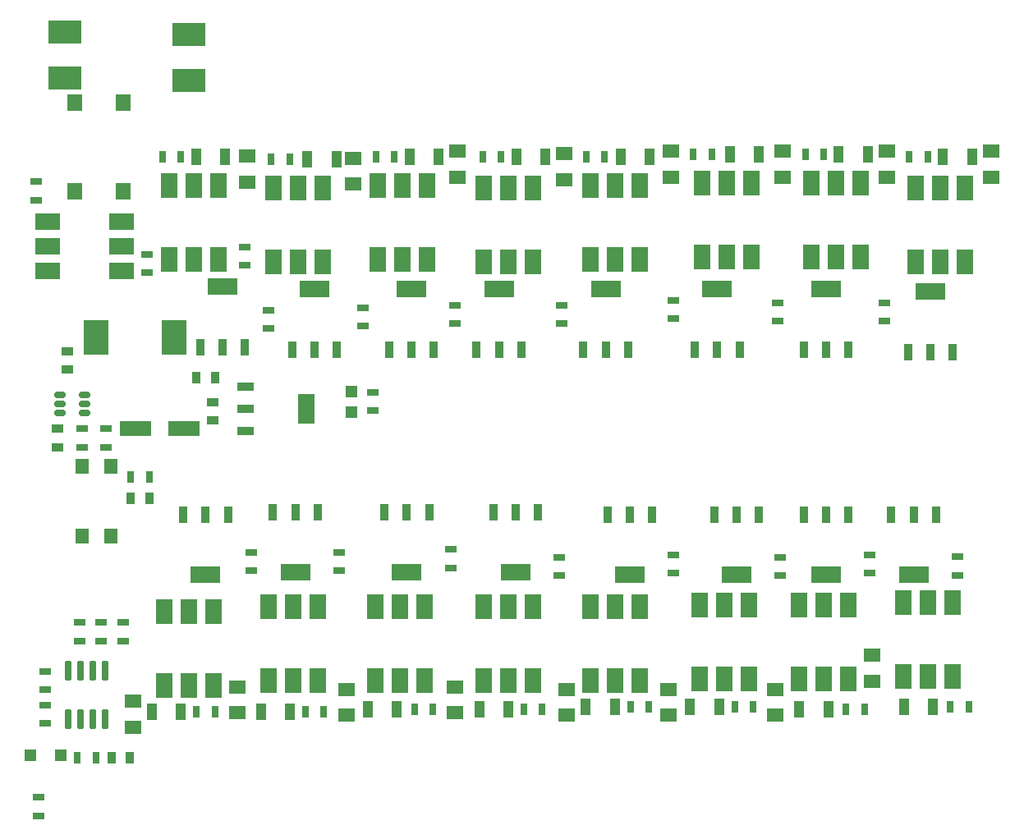
<source format=gtp>
G04*
G04 #@! TF.GenerationSoftware,Altium Limited,Altium Designer,22.7.1 (60)*
G04*
G04 Layer_Color=255*
%FSLAX44Y44*%
%MOMM*%
G71*
G04*
G04 #@! TF.SameCoordinates,58864457-2C57-4B72-ACF9-2A768CBF14AA*
G04*
G04*
G04 #@! TF.FilePolarity,Positive*
G04*
G01*
G75*
G04:AMPARAMS|DCode=17|XSize=1.97mm|YSize=0.6mm|CornerRadius=0.075mm|HoleSize=0mm|Usage=FLASHONLY|Rotation=270.000|XOffset=0mm|YOffset=0mm|HoleType=Round|Shape=RoundedRectangle|*
%AMROUNDEDRECTD17*
21,1,1.9700,0.4500,0,0,270.0*
21,1,1.8200,0.6000,0,0,270.0*
1,1,0.1500,-0.2250,-0.9100*
1,1,0.1500,-0.2250,0.9100*
1,1,0.1500,0.2250,0.9100*
1,1,0.1500,0.2250,-0.9100*
%
%ADD17ROUNDEDRECTD17*%
%ADD18R,1.3000X0.7000*%
%ADD19R,0.8800X1.7600*%
%ADD20R,3.1400X1.7600*%
G04:AMPARAMS|DCode=21|XSize=1.09mm|YSize=1.77mm|CornerRadius=0.0763mm|HoleSize=0mm|Usage=FLASHONLY|Rotation=0.000|XOffset=0mm|YOffset=0mm|HoleType=Round|Shape=RoundedRectangle|*
%AMROUNDEDRECTD21*
21,1,1.0900,1.6174,0,0,0.0*
21,1,0.9374,1.7700,0,0,0.0*
1,1,0.1526,0.4687,-0.8087*
1,1,0.1526,-0.4687,-0.8087*
1,1,0.1526,-0.4687,0.8087*
1,1,0.1526,0.4687,0.8087*
%
%ADD21ROUNDEDRECTD21*%
G04:AMPARAMS|DCode=22|XSize=0.94mm|YSize=1.77mm|CornerRadius=0.0658mm|HoleSize=0mm|Usage=FLASHONLY|Rotation=0.000|XOffset=0mm|YOffset=0mm|HoleType=Round|Shape=RoundedRectangle|*
%AMROUNDEDRECTD22*
21,1,0.9400,1.6384,0,0,0.0*
21,1,0.8084,1.7700,0,0,0.0*
1,1,0.1316,0.4042,-0.8192*
1,1,0.1316,-0.4042,-0.8192*
1,1,0.1316,-0.4042,0.8192*
1,1,0.1316,0.4042,0.8192*
%
%ADD22ROUNDEDRECTD22*%
%ADD23R,3.3700X2.3700*%
%ADD24R,1.8200X1.4400*%
%ADD25R,1.7000X2.5000*%
%ADD26R,2.5000X1.7000*%
%ADD27R,0.7000X1.3000*%
%ADD28R,1.6500X1.7000*%
%ADD29R,1.2000X1.2000*%
%ADD30R,1.1800X1.1700*%
G04:AMPARAMS|DCode=31|XSize=1.22mm|YSize=0.6mm|CornerRadius=0.15mm|HoleSize=0mm|Usage=FLASHONLY|Rotation=0.000|XOffset=0mm|YOffset=0mm|HoleType=Round|Shape=RoundedRectangle|*
%AMROUNDEDRECTD31*
21,1,1.2200,0.3000,0,0,0.0*
21,1,0.9200,0.6000,0,0,0.0*
1,1,0.3000,0.4600,-0.1500*
1,1,0.3000,-0.4600,-0.1500*
1,1,0.3000,-0.4600,0.1500*
1,1,0.3000,0.4600,0.1500*
%
%ADD31ROUNDEDRECTD31*%
%ADD32R,1.3000X0.9000*%
%ADD33R,2.6500X3.6000*%
%ADD34R,3.2000X1.6000*%
%ADD35R,1.7600X3.1400*%
%ADD36R,1.7600X0.8800*%
%ADD37R,0.9000X1.3000*%
%ADD38R,1.4000X1.6000*%
D17*
X99050Y145250D02*
D03*
X86350D02*
D03*
X73650D02*
D03*
X60950D02*
D03*
Y194750D02*
D03*
X73650D02*
D03*
X86350D02*
D03*
X99050D02*
D03*
D18*
X27500Y699500D02*
D03*
Y680500D02*
D03*
X365000Y550500D02*
D03*
Y569500D02*
D03*
X685000Y314500D02*
D03*
Y295500D02*
D03*
X142500Y624500D02*
D03*
Y605500D02*
D03*
X795000Y312000D02*
D03*
Y293000D02*
D03*
X460000Y553000D02*
D03*
Y572000D02*
D03*
X250000Y317000D02*
D03*
Y298000D02*
D03*
X887500Y314500D02*
D03*
Y295500D02*
D03*
X570000Y553000D02*
D03*
Y572000D02*
D03*
X340000Y317000D02*
D03*
Y298000D02*
D03*
X685000Y558000D02*
D03*
Y577000D02*
D03*
X977500Y312500D02*
D03*
Y293500D02*
D03*
X792500Y555500D02*
D03*
Y574500D02*
D03*
X242500Y613000D02*
D03*
Y632000D02*
D03*
X455000Y320000D02*
D03*
Y301000D02*
D03*
X567500Y312000D02*
D03*
Y293000D02*
D03*
X267500Y548000D02*
D03*
Y567000D02*
D03*
X902500Y555500D02*
D03*
Y574500D02*
D03*
X375000Y482000D02*
D03*
Y463000D02*
D03*
X30000Y45500D02*
D03*
Y64500D02*
D03*
X100000Y425500D02*
D03*
Y444500D02*
D03*
X75000Y425500D02*
D03*
Y444500D02*
D03*
X37500Y194500D02*
D03*
Y175500D02*
D03*
X117500Y244500D02*
D03*
Y225500D02*
D03*
X95000Y244500D02*
D03*
Y225500D02*
D03*
X72500Y244500D02*
D03*
Y225500D02*
D03*
X37500Y140500D02*
D03*
Y159500D02*
D03*
D19*
X663000Y356250D02*
D03*
X640000D02*
D03*
X617000D02*
D03*
X438000Y526250D02*
D03*
X415000D02*
D03*
X392000D02*
D03*
X727000Y356250D02*
D03*
X750000D02*
D03*
X773000D02*
D03*
X528000Y526250D02*
D03*
X505000D02*
D03*
X482000D02*
D03*
X179500Y356250D02*
D03*
X202500D02*
D03*
X225500D02*
D03*
X819500D02*
D03*
X842500D02*
D03*
X865500D02*
D03*
X638000Y526250D02*
D03*
X615000D02*
D03*
X592000D02*
D03*
X272000Y358750D02*
D03*
X295000D02*
D03*
X318000D02*
D03*
X753000Y526250D02*
D03*
X730000D02*
D03*
X707000D02*
D03*
X909500Y356250D02*
D03*
X932500D02*
D03*
X955500D02*
D03*
X865500Y526250D02*
D03*
X842500D02*
D03*
X819500D02*
D03*
X243000Y528750D02*
D03*
X220000D02*
D03*
X197000D02*
D03*
X387000Y358750D02*
D03*
X410000D02*
D03*
X433000D02*
D03*
X499500D02*
D03*
X522500D02*
D03*
X545500D02*
D03*
X338000Y526250D02*
D03*
X315000D02*
D03*
X292000D02*
D03*
X973000Y523750D02*
D03*
X950000D02*
D03*
X927000D02*
D03*
D20*
X640000Y293750D02*
D03*
X415000Y588750D02*
D03*
X750000Y293750D02*
D03*
X505000Y588750D02*
D03*
X202500Y293750D02*
D03*
X842500D02*
D03*
X615000Y588750D02*
D03*
X295000Y296250D02*
D03*
X730000Y588750D02*
D03*
X932500Y293750D02*
D03*
X842500Y588750D02*
D03*
X220000Y591250D02*
D03*
X410000Y296250D02*
D03*
X522500D02*
D03*
X315000Y588750D02*
D03*
X950000Y586250D02*
D03*
D21*
X855350Y727500D02*
D03*
X192850Y725000D02*
D03*
X399650Y155000D02*
D03*
X514650D02*
D03*
X962850Y725000D02*
D03*
X307500Y722500D02*
D03*
X952550Y157500D02*
D03*
X742850Y727500D02*
D03*
X630350Y725000D02*
D03*
X844650Y155000D02*
D03*
X522850Y725000D02*
D03*
X732150Y157500D02*
D03*
X624650D02*
D03*
X412850Y725000D02*
D03*
X289650Y152500D02*
D03*
X177150D02*
D03*
D22*
X885400Y727500D02*
D03*
X222900Y725000D02*
D03*
X369600Y155000D02*
D03*
X484600D02*
D03*
X992900Y725000D02*
D03*
X337550Y722500D02*
D03*
X922500Y157500D02*
D03*
X772900Y727500D02*
D03*
X660400Y725000D02*
D03*
X814600Y155000D02*
D03*
X552900Y725000D02*
D03*
X702100Y157500D02*
D03*
X594600D02*
D03*
X442900Y725000D02*
D03*
X259600Y152500D02*
D03*
X147100D02*
D03*
D23*
X185000Y803450D02*
D03*
Y851550D02*
D03*
X57500Y854050D02*
D03*
Y805950D02*
D03*
D24*
X1012500Y730860D02*
D03*
Y704140D02*
D03*
X355000Y723360D02*
D03*
Y696640D02*
D03*
X460000Y151640D02*
D03*
Y178360D02*
D03*
X905000Y730860D02*
D03*
Y704140D02*
D03*
X245000Y725860D02*
D03*
Y699140D02*
D03*
X347500Y149140D02*
D03*
Y175860D02*
D03*
X890000Y184140D02*
D03*
Y210860D02*
D03*
X797500Y730860D02*
D03*
Y704140D02*
D03*
X235000Y151640D02*
D03*
Y178360D02*
D03*
X682500Y730860D02*
D03*
Y704140D02*
D03*
X790000Y149140D02*
D03*
Y175860D02*
D03*
X127500Y136640D02*
D03*
Y163360D02*
D03*
X572500Y728360D02*
D03*
Y701640D02*
D03*
X680000Y149140D02*
D03*
Y175860D02*
D03*
X575000Y149140D02*
D03*
Y175860D02*
D03*
X462500Y730860D02*
D03*
Y704140D02*
D03*
D25*
X427900Y260600D02*
D03*
X402500D02*
D03*
Y184400D02*
D03*
X427900D02*
D03*
X377100Y260600D02*
D03*
Y184400D02*
D03*
X430400Y695600D02*
D03*
Y619400D02*
D03*
X379600Y695600D02*
D03*
X405000D02*
D03*
Y619400D02*
D03*
X379600D02*
D03*
X650400Y261200D02*
D03*
X625000D02*
D03*
Y185000D02*
D03*
X650400D02*
D03*
X599600Y261200D02*
D03*
Y185000D02*
D03*
X762900Y263100D02*
D03*
X737500D02*
D03*
Y186900D02*
D03*
X762900D02*
D03*
X712100Y263100D02*
D03*
Y186900D02*
D03*
X540400Y693100D02*
D03*
Y616900D02*
D03*
X489600Y693100D02*
D03*
X515000D02*
D03*
Y616900D02*
D03*
X489600D02*
D03*
X210400Y255600D02*
D03*
X185000D02*
D03*
Y179400D02*
D03*
X210400D02*
D03*
X159600Y255600D02*
D03*
Y179400D02*
D03*
X814600Y186900D02*
D03*
Y263100D02*
D03*
X865400Y186900D02*
D03*
X840000D02*
D03*
Y263100D02*
D03*
X865400D02*
D03*
X599600Y619400D02*
D03*
X625000D02*
D03*
Y695600D02*
D03*
X599600D02*
D03*
X650400Y619400D02*
D03*
Y695600D02*
D03*
X267100Y184400D02*
D03*
Y260600D02*
D03*
X317900Y184400D02*
D03*
X292500D02*
D03*
Y260600D02*
D03*
X317900D02*
D03*
X714600Y621900D02*
D03*
X740000D02*
D03*
Y698100D02*
D03*
X714600D02*
D03*
X765400Y621900D02*
D03*
Y698100D02*
D03*
X922100Y189400D02*
D03*
Y265600D02*
D03*
X972900Y189400D02*
D03*
X947500D02*
D03*
Y265600D02*
D03*
X972900D02*
D03*
X215400Y695600D02*
D03*
Y619400D02*
D03*
X164600Y695600D02*
D03*
X190000D02*
D03*
Y619400D02*
D03*
X164600D02*
D03*
X827100Y621900D02*
D03*
X852500D02*
D03*
Y698100D02*
D03*
X827100D02*
D03*
X877900Y621900D02*
D03*
Y698100D02*
D03*
X489600Y184400D02*
D03*
Y260600D02*
D03*
X540400Y184400D02*
D03*
X515000D02*
D03*
Y260600D02*
D03*
X540400D02*
D03*
X272100Y616900D02*
D03*
X297500D02*
D03*
Y693100D02*
D03*
X272100D02*
D03*
X322900Y616900D02*
D03*
Y693100D02*
D03*
X985400D02*
D03*
Y616900D02*
D03*
X934600Y693100D02*
D03*
X960000D02*
D03*
Y616900D02*
D03*
X934600D02*
D03*
D26*
X115600Y607100D02*
D03*
X39400D02*
D03*
X115600Y657900D02*
D03*
Y632500D02*
D03*
X39400D02*
D03*
Y657900D02*
D03*
D27*
X378000Y725000D02*
D03*
X397000D02*
D03*
X659500Y157500D02*
D03*
X640500D02*
D03*
X767000D02*
D03*
X748000D02*
D03*
X488000Y725000D02*
D03*
X507000D02*
D03*
X212000Y152500D02*
D03*
X193000D02*
D03*
X882000Y155000D02*
D03*
X863000D02*
D03*
X595000Y725000D02*
D03*
X614000D02*
D03*
X324500Y152500D02*
D03*
X305500D02*
D03*
X705500Y727500D02*
D03*
X724500D02*
D03*
X989500Y157500D02*
D03*
X970500D02*
D03*
X437000Y155000D02*
D03*
X418000D02*
D03*
X158000Y725000D02*
D03*
X177000D02*
D03*
X821000Y727500D02*
D03*
X840000D02*
D03*
X549500Y155000D02*
D03*
X530500D02*
D03*
X270000Y722500D02*
D03*
X289000D02*
D03*
X928000Y725000D02*
D03*
X947000D02*
D03*
X70500Y105000D02*
D03*
X89500D02*
D03*
X144500Y395000D02*
D03*
X125500D02*
D03*
D28*
X67500Y780500D02*
D03*
X117500D02*
D03*
Y689500D02*
D03*
X67500D02*
D03*
D29*
X352500Y483000D02*
D03*
Y462000D02*
D03*
D30*
X53400Y107500D02*
D03*
X21600D02*
D03*
D31*
X77450Y479500D02*
D03*
Y470000D02*
D03*
Y460500D02*
D03*
X52550D02*
D03*
Y470000D02*
D03*
Y479500D02*
D03*
D32*
X60000Y524500D02*
D03*
Y505500D02*
D03*
X50000Y425500D02*
D03*
Y444500D02*
D03*
X210000Y453000D02*
D03*
Y472000D02*
D03*
D33*
X89750Y539000D02*
D03*
X170250D02*
D03*
D34*
X130000Y445000D02*
D03*
X180000D02*
D03*
D35*
X306250Y465000D02*
D03*
D36*
X243750Y442000D02*
D03*
Y465000D02*
D03*
Y488000D02*
D03*
D37*
X212000Y497500D02*
D03*
X193000D02*
D03*
X105500Y105000D02*
D03*
X124500D02*
D03*
X125500Y372500D02*
D03*
X144500D02*
D03*
D38*
X75000Y334000D02*
D03*
X105000D02*
D03*
X75000Y406000D02*
D03*
X105000D02*
D03*
M02*

</source>
